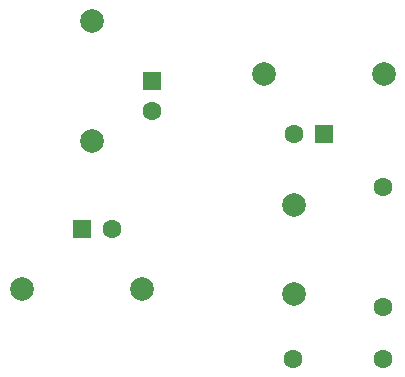
<source format=gbr>
%TF.GenerationSoftware,KiCad,Pcbnew,9.0.2*%
%TF.CreationDate,2025-06-02T11:27:28-03:00*%
%TF.ProjectId,PCB_BNC,5043425f-424e-4432-9e6b-696361645f70,rev?*%
%TF.SameCoordinates,Original*%
%TF.FileFunction,Soldermask,Top*%
%TF.FilePolarity,Negative*%
%FSLAX46Y46*%
G04 Gerber Fmt 4.6, Leading zero omitted, Abs format (unit mm)*
G04 Created by KiCad (PCBNEW 9.0.2) date 2025-06-02 11:27:28*
%MOMM*%
%LPD*%
G01*
G04 APERTURE LIST*
G04 Aperture macros list*
%AMRoundRect*
0 Rectangle with rounded corners*
0 $1 Rounding radius*
0 $2 $3 $4 $5 $6 $7 $8 $9 X,Y pos of 4 corners*
0 Add a 4 corners polygon primitive as box body*
4,1,4,$2,$3,$4,$5,$6,$7,$8,$9,$2,$3,0*
0 Add four circle primitives for the rounded corners*
1,1,$1+$1,$2,$3*
1,1,$1+$1,$4,$5*
1,1,$1+$1,$6,$7*
1,1,$1+$1,$8,$9*
0 Add four rect primitives between the rounded corners*
20,1,$1+$1,$2,$3,$4,$5,0*
20,1,$1+$1,$4,$5,$6,$7,0*
20,1,$1+$1,$6,$7,$8,$9,0*
20,1,$1+$1,$8,$9,$2,$3,0*%
G04 Aperture macros list end*
%ADD10C,2.010000*%
%ADD11RoundRect,0.102000X-0.699000X-0.699000X0.699000X-0.699000X0.699000X0.699000X-0.699000X0.699000X0*%
%ADD12C,1.602000*%
%ADD13RoundRect,0.102000X0.699000X-0.699000X0.699000X0.699000X-0.699000X0.699000X-0.699000X-0.699000X0*%
%ADD14C,1.600000*%
%ADD15RoundRect,0.102000X0.699000X0.699000X-0.699000X0.699000X-0.699000X-0.699000X0.699000X-0.699000X0*%
%ADD16C,2.000000*%
G04 APERTURE END LIST*
D10*
%TO.C,J1*%
X137920000Y-45420000D03*
X148080000Y-45420000D03*
D11*
X143000000Y-50500000D03*
D12*
X140460000Y-50500000D03*
%TD*%
D10*
%TO.C,J2*%
X123420000Y-51080000D03*
X123420000Y-40920000D03*
D13*
X128500000Y-46000000D03*
D12*
X128500000Y-48540000D03*
%TD*%
D14*
%TO.C,L1*%
X148000000Y-55000000D03*
X148000000Y-65160000D03*
%TD*%
D10*
%TO.C,J3*%
X127580000Y-63580000D03*
X117420000Y-63580000D03*
D15*
X122500000Y-58500000D03*
D12*
X125040000Y-58500000D03*
%TD*%
D14*
%TO.C,R1*%
X148000000Y-69500000D03*
X140380000Y-69500000D03*
%TD*%
D16*
%TO.C,C1*%
X140500000Y-64000000D03*
X140500000Y-56500000D03*
%TD*%
M02*

</source>
